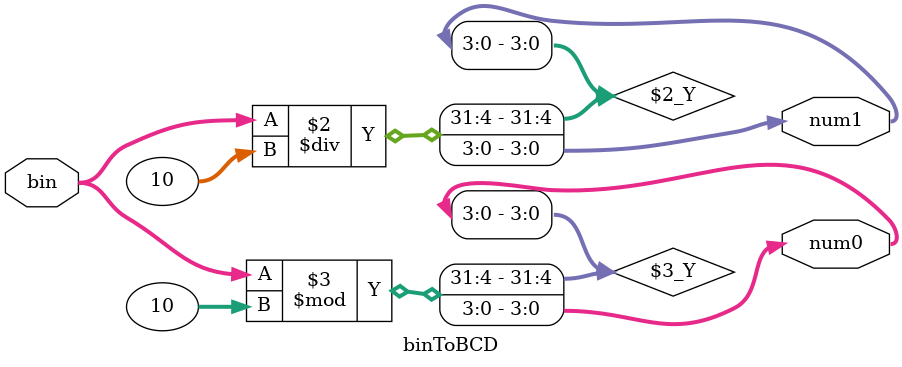
<source format=v>
`timescale 1ns / 1ps


module binToBCD(
   output reg [3:0] num1,
   output reg [3:0] num0,
   input [6:0] bin
   );
   	
always @(bin) begin
    num1 = bin/10;
    num0 = bin%10;
end
endmodule

</source>
